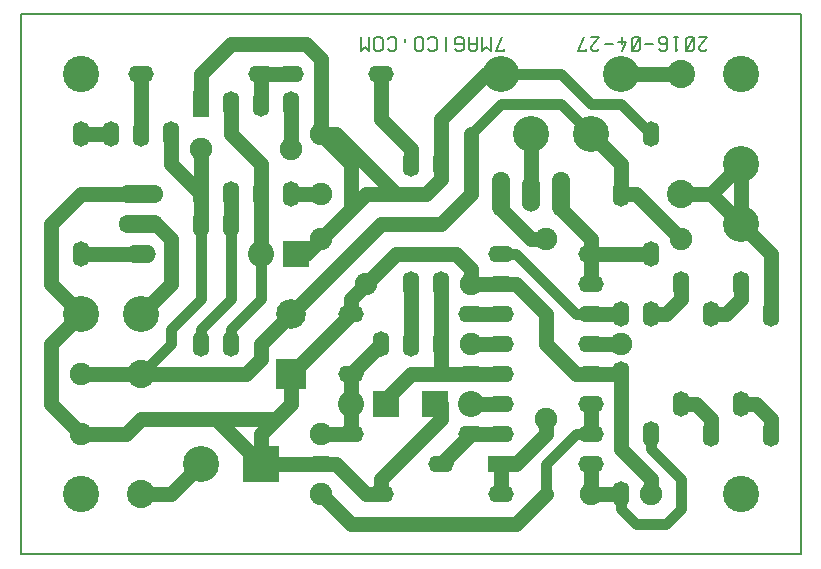
<source format=gbl>
G04 ===== *
G04 GERBER FILE ADAPTED *
G04 VÍCTOR ALBERTO SALINAS REYES *
G04 WWW.7MAGICO.COM *
G04 GER V3 2016-04-28 23:13 *
G04 Archivos fuentes: "ELT12V.PTF" "ELT12V.GBL" *
G04 ===== *
%FSAX23Y23*%
%MOIN*%
%ADD10C,0.008*%
%ADD11O,0.085X0.055*%
%ADD12C,0.099*%
%ADD13R,0.099X0.099*%
%ADD14O,0.055X0.085*%
%ADD15C,0.075*%
%ADD16C,0.087*%
%ADD17R,0.087X0.087*%
%ADD18C,0.094*%
%ADD19O,0.150X0.060*%
%ADD70O,0.100X0.060*%
%ADD71O,0.060X0.150*%
%ADD20O,0.060X0.120*%
%ADD21R,0.120X0.120*%
%ADD22C,0.120*%
%ADD23R,0.055X0.085*%
%ADD24R,0.085X0.055*%
%ADD25C,0.121*%
%ADD26C,0.050*%
%ADD27C,0.014*%
%ADD28C,0.035*%
*
G01*
G90*
G01D2*
G54D11*
G01D2*
X01700Y00300D03*
X01300Y00300D03*
G01D2*
G54D12*
G01D2*
X01000Y00900D03*
G01D2*
G54D13*
G01D2*
X01000Y00700D03*
G01D2*
G54D14*
G01D2*
X02200Y00500D03*
X02200Y00900D03*
X02300Y01000D03*
X02300Y00600D03*
X02400Y00500D03*
X02400Y00900D03*
X02500Y01000D03*
X02500Y00600D03*
X02600Y00500D03*
X02600Y00900D03*
X01400Y01000D03*
X01400Y01400D03*
G01D2*
G54D11*
G01D2*
X00900Y01700D03*
X00500Y01700D03*
G01D2*
G54D15*
G01D2*
X00300Y00700D03*
X00300Y00500D03*
X02000Y00300D03*
X02200Y00300D03*
X01100Y01300D03*
X01100Y01500D03*
G01D2*
G54D14*
G01D2*
X02200Y01100D03*
X02200Y01500D03*
G01D2*
G54D16*
G01D2*
X01200Y00600D03*
G01D2*
G54D17*
G01D2*
X01318Y00600D03*
G01D2*
G54D16*
G01D2*
X00900Y01100D03*
G01D2*
G54D17*
G01D2*
X01018Y01100D03*
G01D2*
G54D14*
G01D2*
X01500Y01000D03*
X01500Y01400D03*
G01D2*
G54D15*
G01D2*
X01600Y00800D03*
X01600Y01000D03*
G01D2*
G54D11*
G01D2*
X01000Y01700D03*
X01300Y01700D03*
G01D2*
G54D18*
G01D2*
X00500Y00700D03*
X00500Y00300D03*
G01D2*
G54D14*
G01D2*
X01400Y00800D03*
X01300Y00800D03*
X01500Y00800D03*
X00500Y01500D03*
X00600Y01500D03*
X00400Y01500D03*
G01D2*
G54D19*
G01D2*
X00500Y01300D03*
X00500Y01200D03*
G01D2*
G54D70*
G01D2*
X00500Y01100D03*
G01D2*
G54D11*
G01D2*
X01200Y00500D03*
X01600Y00500D03*
G01D2*
G54D14*
G01D2*
X00800Y01200D03*
X00800Y00800D03*
G01D2*
G54D11*
G01D2*
X01200Y00700D03*
X01600Y00700D03*
G01D2*
G54D16*
G01D2*
X01600Y00600D03*
G01D2*
G54D17*
G01D2*
X01482Y00600D03*
G01D2*
G54D14*
G01D2*
X02100Y00300D03*
X02100Y00700D03*
G01D2*
G54D11*
G01D2*
X01600Y00900D03*
X01200Y00900D03*
G01D2*
G54D71*
G01D2*
X01900Y01300D03*
G01D2*
G54D20*
G01D2*
X01800Y01300D03*
G01D2*
G54D71*
G01D2*
X01700Y01300D03*
G01D2*
G54D21*
G01D2*
X00900Y00400D03*
G01D2*
G54D22*
G01D2*
X00700Y00400D03*
X02000Y01500D03*
X02100Y01700D03*
X01800Y01500D03*
X01700Y01700D03*
X00300Y00900D03*
X02500Y01200D03*
X02500Y01400D03*
X00500Y00900D03*
G01D2*
G54D14*
G01D2*
X02100Y00900D03*
X02100Y01300D03*
X00300Y01500D03*
X00300Y01100D03*
G01D2*
G54D11*
G01D2*
X01500Y00400D03*
X01100Y00400D03*
G01D2*
G54D14*
G01D2*
X00700Y01200D03*
X00700Y00800D03*
G01D2*
G54D23*
G01D2*
X00700Y01600D03*
G01D2*
G54D14*
G01D2*
X00800Y01600D03*
X00900Y01600D03*
X01000Y01600D03*
X01000Y01300D03*
X00900Y01300D03*
X00800Y01300D03*
X00700Y01300D03*
G01D2*
G54D24*
G01D2*
X01700Y00400D03*
G01D2*
G54D11*
G01D2*
X01700Y00500D03*
X01700Y00600D03*
X01700Y00700D03*
X01700Y00800D03*
X01700Y00900D03*
X01700Y01000D03*
X01700Y01100D03*
X02000Y01100D03*
X02000Y01000D03*
X02000Y00900D03*
X02000Y00800D03*
X02000Y00700D03*
X02000Y00600D03*
X02000Y00500D03*
X02000Y00400D03*
G01D2*
G54D18*
G01D2*
X02300Y01300D03*
X02300Y01700D03*
G01D2*
G54D25*
G01D2*
X02500Y00300D03*
X00300Y00300D03*
X00300Y01700D03*
X02500Y01700D03*
G01D2*
G54D15*
G01D2*
X01000Y01450D03*
X00700Y01450D03*
X01850Y00550D03*
X01850Y01150D03*
X01100Y00500D03*
X01100Y00300D03*
X02300Y01150D03*
X02100Y00800D03*
X01250Y01000D03*
X01100Y01150D03*
G01D2*
G54D26*
G01D2*
X02000Y00900D02*
X02100Y00900D01*
X01700Y00900D02*
X01600Y00900D01*
X01700Y00600D02*
X01600Y00600D01*
X00800Y01300D02*
X00800Y01200D01*
X01700Y00500D02*
X01600Y00500D01*
X00300Y01500D02*
X00400Y01500D01*
X01700Y00700D02*
X01600Y00700D01*
X02000Y00600D02*
X02000Y00500D01*
X01200Y00700D02*
X01200Y00600D01*
X01200Y00500D01*
X02000Y01100D02*
X02000Y01000D01*
X01000Y01300D02*
X01100Y01300D01*
X00900Y01700D02*
X00900Y01600D01*
X02000Y00400D02*
X02000Y00300D01*
X02100Y00300D01*
X00700Y01300D02*
X00700Y01200D01*
X02000Y00700D02*
X02100Y00700D01*
X01700Y00400D02*
X01700Y00300D01*
X01800Y01500D02*
X01800Y01300D01*
X00300Y01100D02*
X00500Y01100D01*
X02000Y01100D02*
X02200Y01100D01*
X00500Y01700D02*
X00500Y01500D01*
X02500Y01400D02*
X02500Y01200D01*
X00500Y01200D02*
X00550Y01200D01*
X00600Y01150D01*
X00600Y01000D01*
X00500Y00900D01*
X02600Y00500D02*
X02600Y00550D01*
X02550Y00600D01*
X02500Y00600D01*
X02400Y00500D02*
X02400Y00550D01*
X02350Y00600D01*
X02300Y00600D01*
X02500Y01000D02*
X02500Y00950D01*
X02450Y00900D01*
X02400Y00900D01*
X02300Y01000D02*
X02300Y00950D01*
X02250Y00900D01*
X02200Y00900D01*
X01500Y00400D02*
X01600Y00500D01*
X01300Y00300D02*
X01250Y00300D01*
X01150Y00400D01*
X01100Y00400D01*
X02600Y00900D02*
X02600Y01100D01*
X02500Y01200D01*
X02300Y01300D02*
X02400Y01300D01*
X02500Y01200D01*
X02000Y01500D02*
X02100Y01400D01*
X02100Y01300D01*
G01D2*
G54D27*
G01D2*
X01900Y01300D02*
X01900Y01250D01*
X02000Y01150D01*
X02000Y01100D01*
G01D2*
G54D28*
G01D2*
X01700Y01100D02*
X01750Y01100D01*
X01950Y00900D01*
X02000Y00900D01*
G01D2*
G54D26*
G01D2*
X01700Y01000D02*
X01750Y01000D01*
X01850Y00900D01*
X01850Y00800D01*
X01950Y00700D01*
X02000Y00700D01*
X00600Y01500D02*
X00600Y01400D01*
X00700Y01300D01*
G01D2*
G54D28*
G01D2*
X00800Y01200D02*
X00800Y00950D01*
X00700Y00850D01*
X00700Y00800D01*
G01D2*
G54D26*
G01D2*
X00900Y01300D02*
X00900Y01400D01*
X00800Y01500D01*
X00800Y01600D01*
X00500Y01300D02*
X00300Y01300D01*
X00200Y01200D01*
X00200Y01000D01*
X00300Y00900D01*
X00500Y00300D02*
X00600Y00300D01*
X00700Y00400D01*
X00900Y00400D02*
X01100Y00400D01*
X01000Y00700D02*
X01000Y00600D01*
X00900Y00500D01*
X00900Y00400D01*
X00500Y00700D02*
X00300Y00700D01*
X00500Y00700D02*
X00850Y00700D01*
X00900Y00750D01*
X00900Y00800D01*
X01000Y00900D01*
X00300Y00500D02*
X00200Y00600D01*
X00200Y00800D01*
X00300Y00900D01*
X00300Y00500D02*
X00450Y00500D01*
X00500Y00550D01*
X00750Y00550D01*
X00900Y00400D01*
X01600Y00700D02*
X01500Y00700D01*
G01D2*
G54D27*
G01D2*
X01400Y00700D01*
X01300Y00600D01*
G01D2*
G54D26*
G01D2*
X01000Y01700D02*
X00900Y01700D01*
X01000Y01600D02*
X01000Y01450D01*
X00700Y01450D02*
X00700Y01300D01*
X00700Y01600D02*
X00700Y01700D01*
X00800Y01800D01*
X01050Y01800D01*
X01100Y01750D01*
X01100Y01500D01*
X01700Y00400D02*
X01750Y00400D01*
X01850Y00500D01*
X01850Y00550D01*
X01850Y01150D02*
X01800Y01150D01*
X01700Y01250D01*
X01700Y01300D01*
G01D2*
G54D28*
G01D2*
X00500Y00700D02*
X00600Y00800D01*
X00600Y00850D01*
X00700Y00950D01*
X00700Y01200D01*
G01D2*
G54D26*
G01D2*
X02200Y00300D02*
X02200Y00350D01*
X02100Y00450D01*
X02100Y00700D01*
G01D2*
G54D28*
G01D2*
X02200Y00500D02*
X02200Y00450D01*
X02300Y00350D01*
X02300Y00250D01*
X02250Y00200D01*
X02150Y00200D01*
X02100Y00250D01*
X02100Y00300D01*
G01D2*
G54D27*
G01D2*
X01300Y00300D02*
X01300Y00350D01*
X01500Y00550D01*
X01500Y00600D01*
G01D2*
G54D26*
G01D2*
X02100Y01700D02*
X02300Y01700D01*
G01D2*
G54D28*
G01D2*
X02200Y01500D02*
X02100Y01600D01*
X02000Y01600D01*
X01900Y01700D01*
X01700Y01700D01*
G01D2*
G54D26*
G01D2*
X01200Y00500D02*
X01100Y00500D01*
X01100Y00300D02*
X01200Y00200D01*
X01750Y00200D01*
X01850Y00300D01*
G01D2*
G54D28*
G01D2*
X01850Y00400D01*
X01950Y00500D01*
X02000Y00500D01*
G01D2*
G54D26*
G01D2*
X01200Y00900D02*
X01000Y00700D01*
X01600Y00800D02*
X01700Y00800D01*
X01600Y01000D02*
X01700Y01000D01*
X01600Y01000D02*
X01600Y01050D01*
X01550Y01100D01*
X01350Y01100D01*
X01200Y00950D01*
X01200Y00900D01*
X02100Y01300D02*
X02150Y01300D01*
X02300Y01150D01*
X02100Y00800D02*
X02000Y00800D01*
X00900Y01100D02*
X00900Y01300D01*
G01D2*
G54D28*
G01D2*
X00900Y01100D02*
X00900Y00950D01*
X00800Y00850D01*
X00800Y00800D01*
G01D2*
G54D26*
G01D2*
X01100Y01500D02*
X01200Y01400D01*
X01200Y01250D01*
X01050Y01100D01*
X01000Y01100D01*
G01D2*
G54D27*
G01D2*
X01050Y01100D02*
X01000Y01100D01*
G01D2*
G54D26*
G01D2*
X01500Y00800D02*
X01500Y00700D01*
X01600Y00700D01*
X01300Y00800D02*
X01200Y00700D01*
X01400Y00800D02*
X01400Y01000D01*
X01500Y00800D02*
X01500Y01000D01*
X01400Y01400D02*
X01400Y01450D01*
X01300Y01550D01*
X01300Y01700D01*
X01500Y01400D02*
X01500Y01500D01*
X01500Y01550D01*
X01650Y01700D01*
X01700Y01700D01*
G01D2*
G54D28*
G01D2*
X02000Y01500D02*
X01900Y01600D01*
X01700Y01600D01*
X01600Y01500D01*
G01D2*
G54D26*
G01D2*
X01600Y01300D01*
X01500Y01200D01*
X01300Y01200D01*
X01000Y00900D01*
X01500Y01400D02*
X01500Y01350D01*
X01450Y01300D01*
X01350Y01300D01*
X01150Y01500D01*
X01100Y01500D01*
X01300Y00300D02*
X01300Y00350D01*
X01500Y00550D01*
X01500Y00600D01*
X01200Y00900D02*
X01200Y00950D01*
X01250Y01000D01*
X01100Y01150D02*
X01050Y01100D01*
X01000Y01100D01*
X02500Y01400D02*
X02400Y01300D01*
X02300Y01300D01*
X02000Y01100D02*
X02000Y01150D01*
X01900Y01250D01*
X01900Y01300D01*
X01500Y00700D02*
X01400Y00700D01*
X01300Y00600D01*
X01000Y00700D02*
X01000Y00600D01*
X00950Y00550D01*
X00500Y00550D01*
X00450Y00500D01*
X00300Y00500D01*
X01500Y01400D02*
X01500Y01350D01*
X01450Y01300D01*
X01250Y01300D01*
X01050Y01100D01*
X01000Y01100D01*
D02*
G01D2*
G54D10*
G01D2*
X02382Y01776D02*
X02389Y01784D01*
X02368Y01776D02*
X02382Y01776D01*
X02361Y01784D02*
X02368Y01776D01*
X02361Y01792D02*
X02361Y01784D01*
X02389Y01824D02*
X02361Y01792D01*
X02361Y01824D02*
X02389Y01824D01*
X02323Y01776D02*
X02337Y01776D01*
X02316Y01784D02*
X02323Y01776D01*
X02316Y01816D02*
X02316Y01784D01*
X02323Y01824D02*
X02316Y01816D01*
X02337Y01824D02*
X02323Y01824D01*
X02344Y01816D02*
X02337Y01824D01*
X02344Y01784D02*
X02344Y01816D01*
X02337Y01776D02*
X02344Y01784D01*
X02344Y01824D02*
X02316Y01776D01*
X02285Y01776D02*
X02292Y01784D01*
X02285Y01824D02*
X02285Y01776D01*
X02278Y01824D02*
X02292Y01824D01*
X02233Y01776D02*
X02226Y01784D01*
X02247Y01776D02*
X02233Y01776D01*
X02254Y01784D02*
X02247Y01776D01*
X02254Y01816D02*
X02254Y01784D01*
X02247Y01824D02*
X02254Y01816D01*
X02233Y01824D02*
X02247Y01824D01*
X02226Y01816D02*
X02233Y01824D01*
X02226Y01808D02*
X02226Y01816D01*
X02233Y01800D02*
X02226Y01808D01*
X02247Y01800D02*
X02233Y01800D01*
X02254Y01808D02*
X02247Y01800D01*
X02181Y01800D02*
X02209Y01800D01*
X02143Y01776D02*
X02157Y01776D01*
X02136Y01784D02*
X02143Y01776D01*
X02136Y01816D02*
X02136Y01784D01*
X02143Y01824D02*
X02136Y01816D01*
X02157Y01824D02*
X02143Y01824D01*
X02164Y01816D02*
X02157Y01824D01*
X02164Y01784D02*
X02164Y01816D01*
X02157Y01776D02*
X02164Y01784D01*
X02164Y01824D02*
X02136Y01776D01*
X02119Y01808D02*
X02105Y01776D01*
X02091Y01808D02*
X02119Y01808D01*
X02105Y01824D02*
X02105Y01800D01*
X02046Y01800D02*
X02074Y01800D01*
X02022Y01776D02*
X02029Y01784D01*
X02008Y01776D02*
X02022Y01776D01*
X02001Y01784D02*
X02008Y01776D01*
X02001Y01792D02*
X02001Y01784D01*
X02029Y01824D02*
X02001Y01792D01*
X02001Y01824D02*
X02029Y01824D01*
X01984Y01776D02*
X01984Y01784D01*
X01956Y01776D02*
X01984Y01776D01*
X01977Y01824D02*
X01956Y01776D01*
X01711Y01776D02*
X01711Y01784D01*
X01683Y01776D02*
X01711Y01776D01*
X01704Y01824D02*
X01683Y01776D01*
X01666Y01776D02*
X01666Y01824D01*
X01652Y01792D02*
X01666Y01776D01*
X01638Y01776D02*
X01652Y01792D01*
X01638Y01824D02*
X01638Y01776D01*
X01621Y01784D02*
X01621Y01824D01*
X01614Y01776D02*
X01621Y01784D01*
X01600Y01776D02*
X01614Y01776D01*
X01593Y01784D02*
X01600Y01776D01*
X01593Y01824D02*
X01593Y01784D01*
X01621Y01800D02*
X01593Y01800D01*
X01555Y01776D02*
X01548Y01784D01*
X01569Y01776D02*
X01555Y01776D01*
X01576Y01784D02*
X01569Y01776D01*
X01576Y01816D02*
X01576Y01784D01*
X01569Y01824D02*
X01576Y01816D01*
X01555Y01824D02*
X01569Y01824D01*
X01548Y01816D02*
X01555Y01824D01*
X01548Y01800D02*
X01548Y01816D01*
X01576Y01800D02*
X01548Y01800D01*
X01517Y01824D02*
X01517Y01776D01*
X01465Y01776D02*
X01458Y01784D01*
X01479Y01776D02*
X01465Y01776D01*
X01486Y01784D02*
X01479Y01776D01*
X01486Y01816D02*
X01486Y01784D01*
X01479Y01824D02*
X01486Y01816D01*
X01465Y01824D02*
X01479Y01824D01*
X01458Y01816D02*
X01465Y01824D01*
X01420Y01776D02*
X01434Y01776D01*
X01413Y01784D02*
X01420Y01776D01*
X01413Y01816D02*
X01413Y01784D01*
X01420Y01824D02*
X01413Y01816D01*
X01434Y01824D02*
X01420Y01824D01*
X01441Y01816D02*
X01434Y01824D01*
X01441Y01784D02*
X01441Y01816D01*
X01434Y01776D02*
X01441Y01784D01*
X01382Y01808D02*
X01382Y01816D01*
X01330Y01776D02*
X01323Y01784D01*
X01344Y01776D02*
X01330Y01776D01*
X01351Y01784D02*
X01344Y01776D01*
X01351Y01816D02*
X01351Y01784D01*
X01344Y01824D02*
X01351Y01816D01*
X01330Y01824D02*
X01344Y01824D01*
X01323Y01816D02*
X01330Y01824D01*
X01285Y01776D02*
X01299Y01776D01*
X01278Y01784D02*
X01285Y01776D01*
X01278Y01816D02*
X01278Y01784D01*
X01285Y01824D02*
X01278Y01816D01*
X01299Y01824D02*
X01285Y01824D01*
X01306Y01816D02*
X01299Y01824D01*
X01306Y01784D02*
X01306Y01816D01*
X01299Y01776D02*
X01306Y01784D01*
X01261Y01776D02*
X01261Y01824D01*
X01247Y01792D02*
X01261Y01776D01*
X01233Y01776D02*
X01247Y01792D01*
X01233Y01824D02*
X01233Y01776D01*
X02700Y00100D02*
X00100Y00100D01*
X02700Y01900D02*
X02700Y00100D01*
X00100Y01900D02*
X02700Y01900D01*
X00100Y00100D02*
X00100Y01900D01*
X00000Y00000D02*
M02*

</source>
